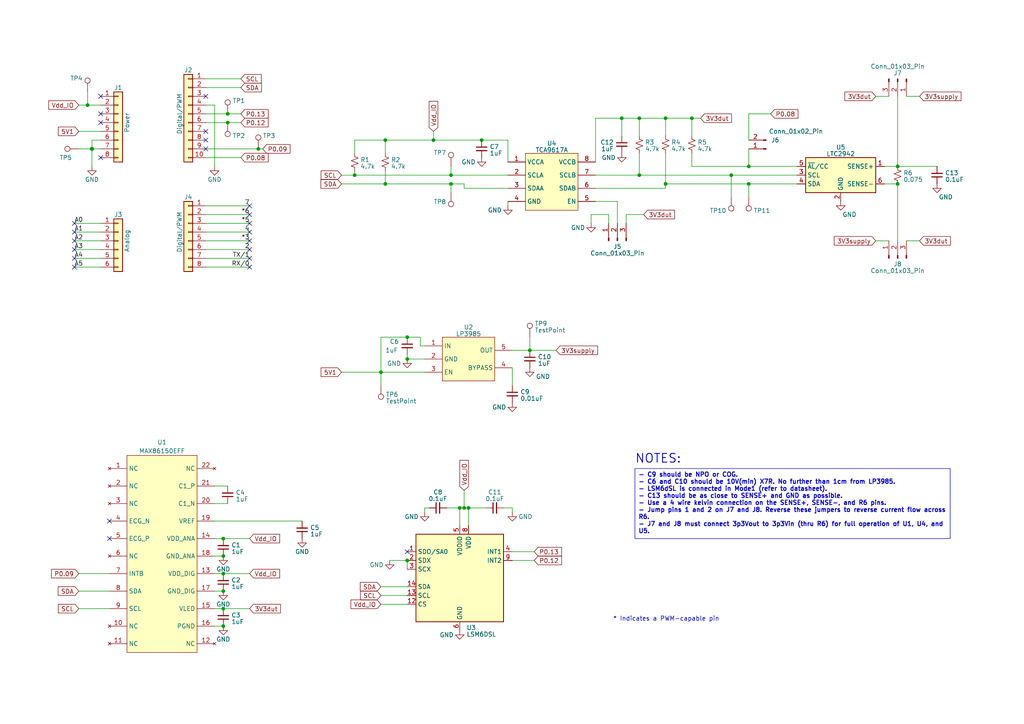
<source format=kicad_sch>
(kicad_sch (version 20230121) (generator eeschema)
  (paper "A4")
  (title_block (title "nRf Sensor Dev board") (date "2023-09-15") (rev "v0.1"))
  (lib_symbols
    (symbol "Battery_Management:LTC2942"
      (property "Reference" "U" (at -10.16 6.35 0))
      (property "Value" "LTC2942" (at 10.16 6.35 0))
      (symbol "LTC2942_0_1"
        (rectangle (start -10.16 5.08) (end 10.16 -5.08) (stroke (width 0.254)) (fill (type background)))
      )
      (symbol "LTC2942_1_1"
        (pin passive line (at 12.7 2.54 180) (length 2.54) (name "SENSE+") (number "1"))
        (pin power_in line (at 0 -7.62 90) (length 2.54) (name "GND") (number "2"))
        (pin input line (at -12.7 0 0) (length 2.54) (name "SCL") (number "3"))
        (pin bidirectional line (at -12.7 -2.54 0) (length 2.54) (name "SDA") (number "4"))
        (pin bidirectional line (at -12.7 2.54 0) (length 2.54) (name "~{AL}/CC") (number "5"))
        (pin passive line (at 12.7 -2.54 180) (length 2.54) (name "SENSE-") (number "6"))
      )
    )
    (symbol "CW_Custom_Library:LP3985"
      (property "Reference" "U" (at 0 10.16 0))
      (property "Value" "LP3985" (at 0 7.62 0))
      (symbol "LP3985_0_1"
        (rectangle (start -7.62 6.35) (end 7.62 -6.35) (fill (type background)))
      )
      (symbol "LP3985_1_1"
        (pin power_in line (at -12.7 3.81 0) (length 5.08) (name "IN") (number "1"))
        (pin unspecified line (at -12.7 0 0) (length 5.08) (name "GND") (number "2"))
        (pin unspecified line (at -12.7 -3.81 0) (length 5.08) (name "EN") (number "3"))
        (pin unspecified line (at 12.7 -2.54 180) (length 5.08) (name "BYPASS") (number "4"))
        (pin unspecified line (at 12.7 2.54 180) (length 5.08) (name "OUT") (number "5"))
      )
    )
    (symbol "CW_Custom_Library:MAX86150EFF"
      (property "Reference" "U5" (at 0 30.48 0))
      (property "Value" "MAX86150EFF" (at 0 27.94 0))
      (symbol "MAX86150EFF_0_1"
        (rectangle (start -10.16 26.67) (end 10.16 -30.48) (fill (type background)))
      )
      (symbol "MAX86150EFF_1_1"
        (pin no_connect line (at -15.24 22.86 0) (length 5.08) (name "NC") (number "1"))
        (pin no_connect line (at -15.24 -22.86 0) (length 5.08) (name "NC") (number "10"))
        (pin no_connect line (at -15.24 -27.94 0) (length 5.08) (name "NC") (number "11"))
        (pin no_connect line (at 15.24 -27.94 180) (length 5.08) (name "NC") (number "12"))
        (pin power_in line (at 15.24 -7.62 180) (length 5.08) (name "VDD_DIG") (number "13"))
        (pin power_in line (at 15.24 2.54 180) (length 5.08) (name "VDD_ANA") (number "14"))
        (pin power_in line (at 15.24 -17.78 180) (length 5.08) (name "VLED") (number "15"))
        (pin unspecified line (at 15.24 -22.86 180) (length 5.08) (name "PGND") (number "16"))
        (pin unspecified line (at 15.24 -12.7 180) (length 5.08) (name "GND_DIG") (number "17"))
        (pin unspecified line (at 15.24 -2.54 180) (length 5.08) (name "GND_ANA") (number "18"))
        (pin unspecified line (at 15.24 7.62 180) (length 5.08) (name "VREF") (number "19"))
        (pin no_connect line (at -15.24 17.78 0) (length 5.08) (name "NC") (number "2"))
        (pin unspecified line (at 15.24 12.7 180) (length 5.08) (name "C1_N") (number "20"))
        (pin unspecified line (at 15.24 17.78 180) (length 5.08) (name "C1_P") (number "21"))
        (pin no_connect line (at 15.24 22.86 180) (length 5.08) (name "NC") (number "22"))
        (pin no_connect line (at -15.24 12.7 0) (length 5.08) (name "NC") (number "3"))
        (pin input line (at -15.24 7.62 0) (length 5.08) (name "ECG_N") (number "4"))
        (pin input line (at -15.24 2.54 0) (length 5.08) (name "ECG_P") (number "5"))
        (pin no_connect line (at -15.24 -2.54 0) (length 5.08) (name "NC") (number "6"))
        (pin input line (at -15.24 -7.62 0) (length 5.08) (name "INTB") (number "7"))
        (pin bidirectional line (at -15.24 -12.7 0) (length 5.08) (name "SDA") (number "8"))
        (pin bidirectional line (at -15.24 -17.78 0) (length 5.08) (name "SCL") (number "9"))
      )
    )
    (symbol "CW_Custom_Library:TCA9617A"
      (property "Reference" "U3" (at 0 6.6929 0))
      (property "Value" "TCA9617A" (at 0 4.7719 0))
      (symbol "TCA9617A_0_1"
        (rectangle (start -7.62 3.81) (end 7.62 -12.7) (fill (type background)))
      )
      (symbol "TCA9617A_1_1"
        (pin power_in line (at -12.7 1.27 0) (length 5.08) (name "VCCA") (number "1"))
        (pin unspecified line (at -12.7 -2.54 0) (length 5.08) (name "SCLA") (number "2"))
        (pin unspecified line (at -12.7 -6.35 0) (length 5.08) (name "SDAA") (number "3"))
        (pin unspecified line (at -12.7 -10.16 0) (length 5.08) (name "GND") (number "4"))
        (pin unspecified line (at 12.7 -10.16 180) (length 5.08) (name "EN") (number "5"))
        (pin unspecified line (at 12.7 -6.35 180) (length 5.08) (name "SDAB") (number "6"))
        (pin unspecified line (at 12.7 -2.54 180) (length 5.08) (name "SCLB") (number "7"))
        (pin power_in line (at 12.7 1.27 180) (length 5.08) (name "VCCB") (number "8"))
      )
    )
    (symbol "Connector:Conn_01x02_Pin" (pin_names (offset 1.016) hide)
      (property "Reference" "J" (at 0 2.54 0))
      (property "Value" "Conn_01x02_Pin" (at 0 -5.08 0))
      (symbol "Conn_01x02_Pin_1_1"
        (polyline (pts (xy 1.27 -2.54) (xy 0.8636 -2.54)) (stroke (width 0.1524)))
        (polyline (pts (xy 1.27 0) (xy 0.8636 0)) (stroke (width 0.1524)))
        (rectangle (start 0.8636 -2.413) (end 0 -2.667) (stroke (width 0.1524)) (fill (type outline)))
        (rectangle (start 0.8636 0.127) (end 0 -0.127) (stroke (width 0.1524)) (fill (type outline)))
        (pin passive line (at 5.08 0 180) (length 3.81) (name "Pin_1") (number "1"))
        (pin passive line (at 5.08 -2.54 180) (length 3.81) (name "Pin_2") (number "2"))
      )
    )
    (symbol "Connector:Conn_01x03_Pin" (pin_names (offset 1.016) hide)
      (property "Reference" "J" (at 0 5.08 0))
      (property "Value" "Conn_01x03_Pin" (at 0 -5.08 0))
      (symbol "Conn_01x03_Pin_1_1"
        (polyline (pts (xy 1.27 -2.54) (xy 0.8636 -2.54)) (stroke (width 0.1524)))
        (polyline (pts (xy 1.27 0) (xy 0.8636 0)) (stroke (width 0.1524)))
        (polyline (pts (xy 1.27 2.54) (xy 0.8636 2.54)) (stroke (width 0.1524)))
        (rectangle (start 0.8636 -2.413) (end 0 -2.667) (stroke (width 0.1524)) (fill (type outline)))
        (rectangle (start 0.8636 0.127) (end 0 -0.127) (stroke (width 0.1524)) (fill (type outline)))
        (rectangle (start 0.8636 2.667) (end 0 2.413) (stroke (width 0.1524)) (fill (type outline)))
        (pin passive line (at 5.08 2.54 180) (length 3.81) (name "Pin_1") (number "1"))
        (pin passive line (at 5.08 0 180) (length 3.81) (name "Pin_2") (number "2"))
        (pin passive line (at 5.08 -2.54 180) (length 3.81) (name "Pin_3") (number "3"))
      )
    )
    (symbol "Connector:TestPoint" (pin_numbers hide) (pin_names (offset 0.762) hide)
      (property "Reference" "TP" (at 0 6.858 0))
      (property "Value" "TestPoint" (at 0 5.08 0))
      (symbol "TestPoint_0_1"
        (circle (center 0 3.302) (radius 0.762))
      )
      (symbol "TestPoint_1_1"
        (pin passive line (at 0 0 90) (length 2.54) (name "1") (number "1"))
      )
    )
    (symbol "Connector_Generic:Conn_01x06" (pin_names (offset 1.016) hide)
      (property "Reference" "J" (at 0 7.62 0))
      (property "Value" "Conn_01x06" (at 0 -10.16 0))
      (symbol "Conn_01x06_1_1"
        (rectangle (start -1.27 -7.493) (end 0 -7.747) (stroke (width 0.1524)))
        (rectangle (start -1.27 -4.953) (end 0 -5.207) (stroke (width 0.1524)))
        (rectangle (start -1.27 -2.413) (end 0 -2.667) (stroke (width 0.1524)))
        (rectangle (start -1.27 0.127) (end 0 -0.127) (stroke (width 0.1524)))
        (rectangle (start -1.27 2.667) (end 0 2.413) (stroke (width 0.1524)))
        (rectangle (start -1.27 5.207) (end 0 4.953) (stroke (width 0.1524)))
        (rectangle (start -1.27 6.35) (end 1.27 -8.89) (stroke (width 0.254)) (fill (type background)))
        (pin passive line (at -5.08 5.08 0) (length 3.81) (name "Pin_1") (number "1"))
        (pin passive line (at -5.08 2.54 0) (length 3.81) (name "Pin_2") (number "2"))
        (pin passive line (at -5.08 0 0) (length 3.81) (name "Pin_3") (number "3"))
        (pin passive line (at -5.08 -2.54 0) (length 3.81) (name "Pin_4") (number "4"))
        (pin passive line (at -5.08 -5.08 0) (length 3.81) (name "Pin_5") (number "5"))
        (pin passive line (at -5.08 -7.62 0) (length 3.81) (name "Pin_6") (number "6"))
      )
    )
    (symbol "Connector_Generic:Conn_01x08" (pin_names (offset 1.016) hide)
      (property "Reference" "J" (at 0 10.16 0))
      (property "Value" "Conn_01x08" (at 0 -12.7 0))
      (symbol "Conn_01x08_1_1"
        (rectangle (start -1.27 -10.033) (end 0 -10.287) (stroke (width 0.1524)))
        (rectangle (start -1.27 -7.493) (end 0 -7.747) (stroke (width 0.1524)))
        (rectangle (start -1.27 -4.953) (end 0 -5.207) (stroke (width 0.1524)))
        (rectangle (start -1.27 -2.413) (end 0 -2.667) (stroke (width 0.1524)))
        (rectangle (start -1.27 0.127) (end 0 -0.127) (stroke (width 0.1524)))
        (rectangle (start -1.27 2.667) (end 0 2.413) (stroke (width 0.1524)))
        (rectangle (start -1.27 5.207) (end 0 4.953) (stroke (width 0.1524)))
        (rectangle (start -1.27 7.747) (end 0 7.493) (stroke (width 0.1524)))
        (rectangle (start -1.27 8.89) (end 1.27 -11.43) (stroke (width 0.254)) (fill (type background)))
        (pin passive line (at -5.08 7.62 0) (length 3.81) (name "Pin_1") (number "1"))
        (pin passive line (at -5.08 5.08 0) (length 3.81) (name "Pin_2") (number "2"))
        (pin passive line (at -5.08 2.54 0) (length 3.81) (name "Pin_3") (number "3"))
        (pin passive line (at -5.08 0 0) (length 3.81) (name "Pin_4") (number "4"))
        (pin passive line (at -5.08 -2.54 0) (length 3.81) (name "Pin_5") (number "5"))
        (pin passive line (at -5.08 -5.08 0) (length 3.81) (name "Pin_6") (number "6"))
        (pin passive line (at -5.08 -7.62 0) (length 3.81) (name "Pin_7") (number "7"))
        (pin passive line (at -5.08 -10.16 0) (length 3.81) (name "Pin_8") (number "8"))
      )
    )
    (symbol "Connector_Generic:Conn_01x10" (pin_names (offset 1.016) hide)
      (property "Reference" "J" (at 0 12.7 0))
      (property "Value" "Conn_01x10" (at 0 -15.24 0))
      (symbol "Conn_01x10_1_1"
        (rectangle (start -1.27 -12.573) (end 0 -12.827) (stroke (width 0.1524)))
        (rectangle (start -1.27 -10.033) (end 0 -10.287) (stroke (width 0.1524)))
        (rectangle (start -1.27 -7.493) (end 0 -7.747) (stroke (width 0.1524)))
        (rectangle (start -1.27 -4.953) (end 0 -5.207) (stroke (width 0.1524)))
        (rectangle (start -1.27 -2.413) (end 0 -2.667) (stroke (width 0.1524)))
        (rectangle (start -1.27 0.127) (end 0 -0.127) (stroke (width 0.1524)))
        (rectangle (start -1.27 2.667) (end 0 2.413) (stroke (width 0.1524)))
        (rectangle (start -1.27 5.207) (end 0 4.953) (stroke (width 0.1524)))
        (rectangle (start -1.27 7.747) (end 0 7.493) (stroke (width 0.1524)))
        (rectangle (start -1.27 10.287) (end 0 10.033) (stroke (width 0.1524)))
        (rectangle (start -1.27 11.43) (end 1.27 -13.97) (stroke (width 0.254)) (fill (type background)))
        (pin passive line (at -5.08 10.16 0) (length 3.81) (name "Pin_1") (number "1"))
        (pin passive line (at -5.08 -12.7 0) (length 3.81) (name "Pin_10") (number "10"))
        (pin passive line (at -5.08 7.62 0) (length 3.81) (name "Pin_2") (number "2"))
        (pin passive line (at -5.08 5.08 0) (length 3.81) (name "Pin_3") (number "3"))
        (pin passive line (at -5.08 2.54 0) (length 3.81) (name "Pin_4") (number "4"))
        (pin passive line (at -5.08 0 0) (length 3.81) (name "Pin_5") (number "5"))
        (pin passive line (at -5.08 -2.54 0) (length 3.81) (name "Pin_6") (number "6"))
        (pin passive line (at -5.08 -5.08 0) (length 3.81) (name "Pin_7") (number "7"))
        (pin passive line (at -5.08 -7.62 0) (length 3.81) (name "Pin_8") (number "8"))
        (pin passive line (at -5.08 -10.16 0) (length 3.81) (name "Pin_9") (number "9"))
      )
    )
    (symbol "Device:C_Small" (pin_numbers hide) (pin_names (offset 0.254) hide)
      (property "Reference" "C" (at 0.254 1.778 0))
      (property "Value" "C_Small" (at 0.254 -2.032 0))
      (symbol "C_Small_0_1"
        (polyline (pts (xy -1.524 -0.508) (xy 1.524 -0.508)) (stroke (width 0.3302)))
        (polyline (pts (xy -1.524 0.508) (xy 1.524 0.508)) (stroke (width 0.3048)))
      )
      (symbol "C_Small_1_1"
        (pin passive line (at 0 2.54 270) (length 2.032) (name "~") (number "1"))
        (pin passive line (at 0 -2.54 90) (length 2.032) (name "~") (number "2"))
      )
    )
    (symbol "Device:R_Small_US" (pin_numbers hide) (pin_names (offset 0.254) hide)
      (property "Reference" "R" (at 0.762 0.508 0))
      (property "Value" "R_Small_US" (at 0.762 -1.016 0))
      (symbol "R_Small_US_1_1"
        (polyline (pts (xy 0 0) (xy 1.016 -0.381) (xy 0 -0.762) (xy -1.016 -1.143) (xy 0 -1.524)))
        (polyline (pts (xy 0 1.524) (xy 1.016 1.143) (xy 0 0.762) (xy -1.016 0.381) (xy 0 0)))
        (pin passive line (at 0 2.54 270) (length 1.016) (name "~") (number "1"))
        (pin passive line (at 0 -2.54 90) (length 1.016) (name "~") (number "2"))
      )
    )
    (symbol "Sensor_Motion:LSM6DSL"
      (property "Reference" "U" (at -11.43 15.24 0))
      (property "Value" "LSM6DSL" (at -11.43 12.7 0))
      (symbol "LSM6DSL_0_1"
        (rectangle (start -12.7 12.7) (end 12.7 -12.7) (stroke (width 0.254)) (fill (type background)))
      )
      (symbol "LSM6DSL_1_1"
        (pin bidirectional line (at -15.24 7.62 0) (length 2.54) (name "SDO/SA0") (number "1"))
        (pin no_connect line (at 12.7 -5.08 180) (length 3.81) hide (name "NC") (number "10"))
        (pin no_connect line (at 12.7 -2.54 180) (length 3.81) hide (name "NC") (number "11"))
        (pin input line (at -15.24 -7.62 0) (length 2.54) (name "CS") (number "12"))
        (pin input line (at -15.24 -5.08 0) (length 2.54) (name "SCL") (number "13"))
        (pin bidirectional line (at -15.24 -2.54 0) (length 2.54) (name "SDA") (number "14"))
        (pin bidirectional line (at -15.24 5.08 0) (length 2.54) (name "SDX") (number "2"))
        (pin input line (at -15.24 2.54 0) (length 2.54) (name "SCX") (number "3"))
        (pin output line (at 15.24 7.62 180) (length 2.54) (name "INT1") (number "4"))
        (pin power_in line (at 0 15.24 270) (length 2.54) (name "VDDIO") (number "5"))
        (pin power_in line (at 0 -15.24 90) (length 2.54) (name "GND") (number "6"))
        (pin passive line (at 0 -15.24 90) (length 2.54) hide (name "GND") (number "7"))
        (pin power_in line (at 2.54 15.24 270) (length 2.54) (name "VDD") (number "8"))
        (pin output line (at 15.24 5.08 180) (length 2.54) (name "INT2") (number "9"))
      )
    )
    (symbol "power:GND" (power) (pin_names (offset 0))
      (property "Value" "GND" (at 0 -3.81 0))
      (symbol "GND_0_1"
        (polyline (pts (xy 0 0) (xy 0 -1.27) (xy 1.27 -1.27) (xy 0 -2.54) (xy -1.27 -1.27) (xy 0 -1.27)))
      )
      (symbol "GND_1_1"
        (pin power_in line (at 0 0 270) (length 0) hide (name "GND") (number "1"))
      )
    )
  )
  (junction (at 130.81 50.8))
  (junction (at 185.42 50.8))
  (junction (at 135.89 147.32))
  (junction (at 25.4 30.48))
  (junction (at 200.66 34.29))
  (junction (at 118.11 97.79))
  (junction (at 26.67 43.18) (diameter 1.016))
  (junction (at 193.04 34.29))
  (junction (at 260.35 48.26))
  (junction (at 193.04 53.34))
  (junction (at 64.77 176.53))
  (junction (at 111.76 53.34))
  (junction (at 180.34 34.29))
  (junction (at 66.04 35.56))
  (junction (at 110.49 107.95))
  (junction (at 133.35 147.32))
  (junction (at 125.73 40.64))
  (junction (at 118.11 104.14))
  (junction (at 66.04 33.02))
  (junction (at 217.17 48.26))
  (junction (at 260.35 53.34))
  (junction (at 64.77 181.61))
  (junction (at 134.62 147.32))
  (junction (at 64.77 166.37))
  (junction (at 74.93 43.18))
  (junction (at 118.11 162.56))
  (junction (at 217.17 53.34))
  (junction (at 64.77 156.21))
  (junction (at 139.7 40.64))
  (junction (at 212.09 50.8))
  (junction (at 185.42 34.29))
  (junction (at 153.67 101.6))
  (junction (at 130.81 53.34))
  (junction (at 64.77 171.45))
  (junction (at 64.77 161.29))
  (junction (at 102.87 50.8))
  (junction (at 111.76 40.64))
  (no_connect (at 72.39 62.23))
  (no_connect (at 72.39 69.85))
  (no_connect (at 72.39 72.39))
  (no_connect (at 21.59 69.85))
  (no_connect (at 59.69 27.94))
  (no_connect (at 72.39 64.77))
  (no_connect (at 59.69 43.18))
  (no_connect (at 118.11 160.02))
  (no_connect (at 29.21 35.56))
  (no_connect (at 59.69 40.64))
  (no_connect (at 72.39 67.31))
  (no_connect (at 72.39 74.93))
  (no_connect (at 29.21 45.72))
  (no_connect (at 21.59 64.77))
  (no_connect (at 31.75 151.13))
  (no_connect (at 31.75 156.21))
  (no_connect (at 29.21 33.02))
  (no_connect (at 29.21 27.94))
  (no_connect (at 72.39 77.47))
  (no_connect (at 21.59 74.93))
  (no_connect (at 21.59 67.31))
  (no_connect (at 72.39 59.69))
  (no_connect (at 59.69 38.1))
  (no_connect (at 21.59 77.47))
  (no_connect (at 21.59 72.39))
  (wire (pts (xy 59.69 77.47) (xy 72.39 77.47)))
  (wire (pts (xy 22.86 30.48) (xy 25.4 30.48)))
  (wire (pts (xy 130.81 53.34) (xy 134.62 53.34)))
  (wire (pts (xy 102.87 50.8) (xy 130.81 50.8)))
  (wire (pts (xy 64.77 156.21) (xy 72.39 156.21)))
  (wire (pts (xy 110.49 107.95) (xy 110.49 111.76)))
  (wire (pts (xy 22.86 176.53) (xy 31.75 176.53)))
  (wire (pts (xy 62.23 166.37) (xy 64.77 166.37)))
  (wire (pts (xy 64.77 176.53) (xy 72.39 176.53)))
  (wire (pts (xy 118.11 162.56) (xy 118.11 165.1)))
  (wire (pts (xy 62.23 161.29) (xy 64.77 161.29)))
  (wire (pts (xy 26.67 40.64) (xy 26.67 43.18)))
  (wire (pts (xy 135.89 147.32) (xy 140.97 147.32)))
  (wire (pts (xy 153.67 101.6) (xy 161.29 101.6)))
  (wire (pts (xy 110.49 172.72) (xy 118.11 172.72)))
  (wire (pts (xy 123.19 147.32) (xy 123.19 148.59)))
  (wire (pts (xy 139.7 40.64) (xy 147.32 40.64)))
  (wire (pts (xy 62.23 176.53) (xy 64.77 176.53)))
  (wire (pts (xy 212.09 50.8) (xy 212.09 57.15)))
  (wire (pts (xy 59.69 22.86) (xy 69.85 22.86)))
  (wire (pts (xy 26.67 43.18) (xy 26.67 48.26)))
  (wire (pts (xy 59.69 25.4) (xy 69.85 25.4)))
  (wire (pts (xy 134.62 142.24) (xy 134.62 147.32)))
  (wire (pts (xy 193.04 54.61) (xy 193.04 53.34)))
  (wire (pts (xy 111.76 40.64) (xy 125.73 40.64)))
  (wire (pts (xy 171.45 62.23) (xy 171.45 64.77)))
  (wire (pts (xy 135.89 147.32) (xy 135.89 152.4)))
  (wire (pts (xy 193.04 34.29) (xy 193.04 39.37)))
  (wire (pts (xy 260.35 27.94) (xy 260.35 48.26)))
  (wire (pts (xy 148.59 111.76) (xy 148.59 106.68)))
  (wire (pts (xy 22.86 43.18) (xy 26.67 43.18)))
  (wire (pts (xy 111.76 53.34) (xy 130.81 53.34)))
  (wire (pts (xy 172.72 58.42) (xy 179.07 58.42)))
  (wire (pts (xy 59.69 45.72) (xy 69.85 45.72)))
  (wire (pts (xy 130.81 50.8) (xy 147.32 50.8)))
  (wire (pts (xy 148.59 162.56) (xy 154.94 162.56)))
  (wire (pts (xy 74.93 43.18) (xy 76.2 43.18)))
  (wire (pts (xy 59.69 33.02) (xy 66.04 33.02)))
  (wire (pts (xy 21.59 74.93) (xy 29.21 74.93)))
  (wire (pts (xy 59.69 59.69) (xy 72.39 59.69)))
  (wire (pts (xy 172.72 34.29) (xy 172.72 46.99)))
  (wire (pts (xy 118.11 97.79) (xy 121.92 97.79)))
  (wire (pts (xy 59.69 35.56) (xy 66.04 35.56)))
  (wire (pts (xy 147.32 58.42) (xy 147.32 59.69)))
  (wire (pts (xy 59.69 62.23) (xy 72.39 62.23)))
  (wire (pts (xy 124.46 147.32) (xy 123.19 147.32)))
  (wire (pts (xy 110.49 170.18) (xy 118.11 170.18)))
  (wire (pts (xy 125.73 38.1) (xy 125.73 40.64)))
  (wire (pts (xy 217.17 40.64) (xy 217.17 33.02)))
  (wire (pts (xy 200.66 34.29) (xy 200.66 39.37)))
  (wire (pts (xy 64.77 166.37) (xy 72.39 166.37)))
  (wire (pts (xy 146.05 147.32) (xy 148.59 147.32)))
  (wire (pts (xy 121.92 100.33) (xy 121.92 97.79)))
  (wire (pts (xy 200.66 34.29) (xy 203.2 34.29)))
  (wire (pts (xy 118.11 102.87) (xy 118.11 104.14)))
  (wire (pts (xy 99.06 53.34) (xy 111.76 53.34)))
  (wire (pts (xy 110.49 175.26) (xy 118.11 175.26)))
  (wire (pts (xy 212.09 50.8) (xy 231.14 50.8)))
  (wire (pts (xy 153.67 97.79) (xy 153.67 101.6)))
  (wire (pts (xy 185.42 34.29) (xy 180.34 34.29)))
  (wire (pts (xy 99.06 107.95) (xy 110.49 107.95)))
  (wire (pts (xy 262.89 69.85) (xy 266.7 69.85)))
  (wire (pts (xy 62.23 151.13) (xy 87.63 151.13)))
  (wire (pts (xy 59.69 67.31) (xy 72.39 67.31)))
  (wire (pts (xy 21.59 72.39) (xy 29.21 72.39)))
  (wire (pts (xy 148.59 160.02) (xy 154.94 160.02)))
  (wire (pts (xy 256.54 53.34) (xy 260.35 53.34)))
  (wire (pts (xy 130.81 55.88) (xy 130.81 53.34)))
  (wire (pts (xy 147.32 40.64) (xy 147.32 46.99)))
  (wire (pts (xy 111.76 49.53) (xy 111.76 53.34)))
  (wire (pts (xy 66.04 35.56) (xy 69.85 35.56)))
  (wire (pts (xy 110.49 97.79) (xy 110.49 107.95)))
  (wire (pts (xy 62.23 171.45) (xy 64.77 171.45)))
  (wire (pts (xy 260.35 53.34) (xy 260.35 69.85)))
  (wire (pts (xy 113.03 162.56) (xy 118.11 162.56)))
  (wire (pts (xy 22.86 171.45) (xy 31.75 171.45)))
  (wire (pts (xy 217.17 53.34) (xy 217.17 57.15)))
  (wire (pts (xy 62.23 30.48) (xy 62.23 48.26)))
  (wire (pts (xy 217.17 43.18) (xy 217.17 48.26)))
  (wire (pts (xy 25.4 30.48) (xy 29.21 30.48)))
  (wire (pts (xy 193.04 53.34) (xy 193.04 44.45)))
  (wire (pts (xy 148.59 101.6) (xy 153.67 101.6)))
  (wire (pts (xy 134.62 54.61) (xy 147.32 54.61)))
  (wire (pts (xy 29.21 43.18) (xy 26.67 43.18)))
  (wire (pts (xy 186.69 62.23) (xy 181.61 62.23)))
  (wire (pts (xy 22.86 166.37) (xy 31.75 166.37)))
  (wire (pts (xy 22.86 38.1) (xy 29.21 38.1)))
  (wire (pts (xy 217.17 48.26) (xy 231.14 48.26)))
  (wire (pts (xy 200.66 48.26) (xy 200.66 44.45)))
  (wire (pts (xy 25.4 26.67) (xy 25.4 30.48)))
  (wire (pts (xy 217.17 53.34) (xy 231.14 53.34)))
  (wire (pts (xy 172.72 50.8) (xy 185.42 50.8)))
  (wire (pts (xy 134.62 54.61) (xy 134.62 53.34)))
  (wire (pts (xy 111.76 40.64) (xy 111.76 44.45)))
  (wire (pts (xy 123.19 100.33) (xy 121.92 100.33)))
  (wire (pts (xy 200.66 48.26) (xy 217.17 48.26)))
  (wire (pts (xy 148.59 147.32) (xy 148.59 148.59)))
  (wire (pts (xy 21.59 64.77) (xy 29.21 64.77)))
  (wire (pts (xy 130.81 48.26) (xy 130.81 50.8)))
  (wire (pts (xy 185.42 34.29) (xy 193.04 34.29)))
  (wire (pts (xy 59.69 43.18) (xy 74.93 43.18)))
  (wire (pts (xy 200.66 34.29) (xy 193.04 34.29)))
  (wire (pts (xy 179.07 58.42) (xy 179.07 64.77)))
  (wire (pts (xy 59.69 30.48) (xy 62.23 30.48)))
  (wire (pts (xy 257.81 27.94) (xy 254 27.94)))
  (wire (pts (xy 102.87 49.53) (xy 102.87 50.8)))
  (wire (pts (xy 172.72 54.61) (xy 193.04 54.61)))
  (wire (pts (xy 29.21 40.64) (xy 26.67 40.64)))
  (wire (pts (xy 266.7 27.94) (xy 262.89 27.94)))
  (wire (pts (xy 180.34 34.29) (xy 180.34 39.37)))
  (wire (pts (xy 66.04 33.02) (xy 69.85 33.02)))
  (wire (pts (xy 110.49 97.79) (xy 118.11 97.79)))
  (wire (pts (xy 254 69.85) (xy 257.81 69.85)))
  (wire (pts (xy 129.54 147.32) (xy 133.35 147.32)))
  (wire (pts (xy 134.62 147.32) (xy 135.89 147.32)))
  (wire (pts (xy 62.23 146.05) (xy 66.04 146.05)))
  (wire (pts (xy 99.06 50.8) (xy 102.87 50.8)))
  (wire (pts (xy 180.34 34.29) (xy 172.72 34.29)))
  (wire (pts (xy 176.53 62.23) (xy 171.45 62.23)))
  (wire (pts (xy 102.87 40.64) (xy 102.87 44.45)))
  (wire (pts (xy 59.69 64.77) (xy 72.39 64.77)))
  (wire (pts (xy 260.35 48.26) (xy 271.78 48.26)))
  (wire (pts (xy 118.11 104.14) (xy 123.19 104.14)))
  (wire (pts (xy 176.53 64.77) (xy 176.53 62.23)))
  (wire (pts (xy 193.04 53.34) (xy 217.17 53.34)))
  (wire (pts (xy 111.76 40.64) (xy 102.87 40.64)))
  (wire (pts (xy 62.23 140.97) (xy 66.04 140.97)))
  (wire (pts (xy 181.61 62.23) (xy 181.61 64.77)))
  (wire (pts (xy 62.23 156.21) (xy 64.77 156.21)))
  (wire (pts (xy 125.73 40.64) (xy 139.7 40.64)))
  (wire (pts (xy 185.42 50.8) (xy 212.09 50.8)))
  (wire (pts (xy 256.54 48.26) (xy 260.35 48.26)))
  (wire (pts (xy 123.19 107.95) (xy 110.49 107.95)))
  (wire (pts (xy 133.35 147.32) (xy 133.35 152.4)))
  (wire (pts (xy 185.42 34.29) (xy 185.42 39.37)))
  (wire (pts (xy 59.69 72.39) (xy 72.39 72.39)))
  (wire (pts (xy 59.69 69.85) (xy 72.39 69.85)))
  (wire (pts (xy 217.17 33.02) (xy 223.52 33.02)))
  (wire (pts (xy 21.59 77.47) (xy 29.21 77.47)))
  (wire (pts (xy 134.62 147.32) (xy 133.35 147.32)))
  (wire (pts (xy 62.23 181.61) (xy 64.77 181.61)))
  (wire (pts (xy 59.69 74.93) (xy 72.39 74.93)))
  (wire (pts (xy 21.59 67.31) (xy 29.21 67.31)))
  (wire (pts (xy 21.59 69.85) (xy 29.21 69.85)))
  (wire (pts (xy 185.42 50.8) (xy 185.42 44.45)))
  (text_box "- C9 should be NPO or COG.\n- C6 and C10 should be 10V(min) X7R. No further than 1cm from LP3985.\n- LSM6dSL is connected in Mode1 (refer to datasheet).\n- C13 should be as close to SENSE+ and GND as possible.\n- Use a 4 wire kelvin connection on the SENSE+, SENSE-, and R6 pins.\n- Jump pins 1 and 2 on J7 and J8. Reverse these jumpers to reverse current flow across R6.\n- J7 and J8 must connect 3p3Vout to 3p3Vin (thru R6) for full operation of U1, U4, and U5." (at 184.15 135.89 0) (size 91.44 20.32) (effects (font (size 1.27 1.27) bold) (justify left top)))
  (text "NOTES:" (at 184.15 134.62 0) (effects (font (size 2.54 2.54) (thickness 0.254) bold) (justify left bottom)))
  (text "* Indicates a PWM-capable pin" (at 177.8 180.34 0) (effects (font (size 1.27 1.27)) (justify left bottom)))
  (label "RX{slash}0" (at 72.39 77.47 180))
  (label "A2" (at 21.59 69.85 0))
  (label "4" (at 72.39 67.31 180))
  (label "2" (at 72.39 72.39 180))
  (label "A3" (at 21.59 72.39 0))
  (label "7" (at 72.39 59.69 180))
  (label "*3" (at 72.39 69.85 180))
  (label "A1" (at 21.59 67.31 0))
  (label "TX{slash}1" (at 72.39 74.93 180))
  (label "A0" (at 21.59 64.77 0))
  (label "*6" (at 72.39 62.23 180))
  (label "*5" (at 72.39 64.77 180))
  (label "A4" (at 21.59 74.93 0))
  (label "A5" (at 21.59 77.47 0))
  (global_label "SDA" (shape input) (at 22.86 171.45 180) (property "Intersheetrefs" "${INTERSHEET_REFS}" (effects hide)))
  (global_label "P0.08" (shape input) (at 69.85 45.72 0) (property "Intersheetrefs" "${INTERSHEET_REFS}" (effects hide)))
  (global_label "SCL" (shape input) (at 22.86 176.53 180) (property "Intersheetrefs" "${INTERSHEET_REFS}" (effects hide)))
  (global_label "P0.08" (shape input) (at 223.52 33.02 0) (property "Intersheetrefs" "${INTERSHEET_REFS}" (effects hide)))
  (global_label "5V1" (shape input) (at 22.86 38.1 180) (property "Intersheetrefs" "${INTERSHEET_REFS}" (effects hide)))
  (global_label "3V3dut" (shape input) (at 266.7 69.85 0) (property "Intersheetrefs" "${INTERSHEET_REFS}" (effects hide)))
  (global_label "SDA" (shape input) (at 69.85 25.4 0) (property "Intersheetrefs" "${INTERSHEET_REFS}" (effects hide)))
  (global_label "SCL" (shape input) (at 69.85 22.86 0) (property "Intersheetrefs" "${INTERSHEET_REFS}" (effects hide)))
  (global_label "P0.12" (shape input) (at 154.94 162.56 0) (property "Intersheetrefs" "${INTERSHEET_REFS}" (effects hide)))
  (global_label "3V3dut" (shape input) (at 186.69 62.23 0) (property "Intersheetrefs" "${INTERSHEET_REFS}" (effects hide)))
  (global_label "3V3supply" (shape input) (at 266.7 27.94 0) (property "Intersheetrefs" "${INTERSHEET_REFS}" (effects hide)))
  (global_label "Vdd_IO" (shape input) (at 22.86 30.48 180) (property "Intersheetrefs" "${INTERSHEET_REFS}" (effects hide)))
  (global_label "Vdd_IO" (shape input) (at 72.39 156.21 0) (property "Intersheetrefs" "${INTERSHEET_REFS}" (effects hide)))
  (global_label "SCL" (shape input) (at 110.49 172.72 180) (property "Intersheetrefs" "${INTERSHEET_REFS}" (effects hide)))
  (global_label "3V3dut" (shape input) (at 72.39 176.53 0) (property "Intersheetrefs" "${INTERSHEET_REFS}" (effects hide)))
  (global_label "3V3supply" (shape input) (at 254 69.85 180) (property "Intersheetrefs" "${INTERSHEET_REFS}" (effects hide)))
  (global_label "P0.13" (shape input) (at 69.85 33.02 0) (property "Intersheetrefs" "${INTERSHEET_REFS}" (effects hide)))
  (global_label "5V1" (shape input) (at 99.06 107.95 180) (property "Intersheetrefs" "${INTERSHEET_REFS}" (effects hide)))
  (global_label "Vdd_IO" (shape input) (at 125.73 38.1 90) (property "Intersheetrefs" "${INTERSHEET_REFS}" (effects hide)))
  (global_label "SDA" (shape input) (at 99.06 53.34 180) (property "Intersheetrefs" "${INTERSHEET_REFS}" (effects hide)))
  (global_label "P0.09" (shape input) (at 76.2 43.18 0) (property "Intersheetrefs" "${INTERSHEET_REFS}" (effects hide)))
  (global_label "3V3supply" (shape input) (at 161.29 101.6 0) (property "Intersheetrefs" "${INTERSHEET_REFS}" (effects hide)))
  (global_label "P0.13" (shape input) (at 154.94 160.02 0) (property "Intersheetrefs" "${INTERSHEET_REFS}" (effects hide)))
  (global_label "Vdd_IO" (shape input) (at 134.62 142.24 90) (property "Intersheetrefs" "${INTERSHEET_REFS}" (effects hide)))
  (global_label "P0.09" (shape input) (at 22.86 166.37 180) (property "Intersheetrefs" "${INTERSHEET_REFS}" (effects hide)))
  (global_label "Vdd_IO" (shape input) (at 110.49 175.26 180) (property "Intersheetrefs" "${INTERSHEET_REFS}" (effects hide)))
  (global_label "Vdd_IO" (shape input) (at 72.39 166.37 0) (property "Intersheetrefs" "${INTERSHEET_REFS}" (effects hide)))
  (global_label "3V3dut" (shape input) (at 254 27.94 180) (property "Intersheetrefs" "${INTERSHEET_REFS}" (effects hide)))
  (global_label "3V3dut" (shape input) (at 203.2 34.29 0) (property "Intersheetrefs" "${INTERSHEET_REFS}" (effects hide)))
  (global_label "SDA" (shape input) (at 110.49 170.18 180) (property "Intersheetrefs" "${INTERSHEET_REFS}" (effects hide)))
  (global_label "SCL" (shape input) (at 99.06 50.8 180) (property "Intersheetrefs" "${INTERSHEET_REFS}" (effects hide)))
  (global_label "P0.12" (shape input) (at 69.85 35.56 0) (property "Intersheetrefs" "${INTERSHEET_REFS}" (effects hide)))
  (symbol (lib_id "Connector_Generic:Conn_01x08") (at 34.29 35.56 0) (unit 1)
    (property "Reference" "J1" (at 34.29 25.4 0))
    (property "Value" "Power" (at 36.83 35.56 90))
    (property "Footprint" "Connector_PinSocket_2.54mm:PinSocket_1x08_P2.54mm_Vertical" (effects hide))
  )
  (symbol (lib_id "power:GND") (at 26.67 48.26 0) (unit 1)
    (property "Reference" "#PWR04" (effects hide))
    (property "Value" "GND" (at 26.67 52.07 0))
  )
  (symbol (lib_id "Connector_Generic:Conn_01x10") (at 54.61 33.02 0) (mirror y) (unit 1)
    (property "Reference" "J2" (at 54.61 20.32 0))
    (property "Value" "Digital/PWM" (at 52.07 33.02 90))
    (property "Footprint" "Connector_PinSocket_2.54mm:PinSocket_1x10_P2.54mm_Vertical" (effects hide))
  )
  (symbol (lib_id "power:GND") (at 62.23 48.26 0) (unit 1)
    (property "Reference" "#PWR05" (effects hide))
    (property "Value" "GND" (at 62.23 52.07 0))
  )
  (symbol (lib_id "Connector_Generic:Conn_01x06") (at 34.29 69.85 0) (unit 1)
    (property "Reference" "J3" (at 34.29 62.23 0))
    (property "Value" "Analog" (at 36.83 69.85 90))
    (property "Footprint" "Connector_PinSocket_2.54mm:PinSocket_1x06_P2.54mm_Vertical" (effects hide))
  )
  (symbol (lib_id "Connector_Generic:Conn_01x08") (at 54.61 67.31 0) (mirror y) (unit 1)
    (property "Reference" "J4" (at 54.61 57.15 0))
    (property "Value" "Digital/PWM" (at 52.07 67.31 90))
    (property "Footprint" "Connector_PinSocket_2.54mm:PinSocket_1x08_P2.54mm_Vertical" (effects hide))
  )
  (symbol (lib_id "Connector:Conn_01x03_Pin") (at 260.35 74.93 90) (unit 1)
    (property "Reference" "J8" (at 260.35 76.6017 90))
    (property "Value" "Conn_01x03_Pin" (at 260.35 78.5227 90))
    (property "Footprint" "Connector_PinHeader_2.54mm:PinHeader_1x03_P2.54mm_Vertical" (effects hide))
  )
  (symbol (lib_id "CW_Custom_Library:MAX86150EFF") (at 46.99 158.75 0) (unit 1)
    (property "Reference" "U1" (at 46.99 128.27 0))
    (property "Value" "MAX86150EFF" (at 46.99 130.81 0))
    (property "Footprint" "CW_Custom_Library:MAX86150_extended" (effects hide))
  )
  (symbol (lib_id "power:GND") (at 180.34 44.45 0) (unit 1)
    (property "Reference" "#PWR021" (effects hide))
    (property "Value" "GND" (at 176.53 45.72 0))
  )
  (symbol (lib_id "Connector:Conn_01x03_Pin") (at 179.07 69.85 90) (unit 1)
    (property "Reference" "J5" (at 179.07 71.5217 90))
    (property "Value" "Conn_01x03_Pin" (at 179.07 73.4427 90))
    (property "Footprint" "Connector_PinHeader_2.54mm:PinHeader_1x03_P2.54mm_Vertical" (effects hide))
  )
  (symbol (lib_id "power:GND") (at 153.67 106.68 0) (unit 1)
    (property "Reference" "#PWR018" (effects hide))
    (property "Value" "GND" (at 157.48 109.22 0))
  )
  (symbol (lib_id "Connector:TestPoint") (at 217.17 57.15 0) (mirror x) (unit 1)
    (property "Reference" "TP11" (at 218.567 61.0957 0) (effects (justify left)))
    (property "Value" "TestPoint" (effects hide))
    (property "Footprint" "TestPoint:TestPoint_Pad_D1.5mm" (effects hide))
  )
  (symbol (lib_id "power:GND") (at 113.03 162.56 0) (unit 1)
    (property "Reference" "#PWR012" (effects hide))
    (property "Value" "GND" (at 109.22 163.83 0))
  )
  (symbol (lib_id "Connector:Conn_01x02_Pin") (at 222.25 43.18 180) (unit 1)
    (property "Reference" "J6" (at 226.06 40.64 0) (effects (justify left)))
    (property "Value" "Conn_01x02_Pin" (at 238.76 38.1 0) (effects (justify left)))
    (property "Footprint" "Connector_PinHeader_2.54mm:PinHeader_1x02_P2.54mm_Vertical" (effects hide))
  )
  (symbol (lib_id "Connector:TestPoint") (at 130.81 55.88 0) (mirror x) (unit 1)
    (property "Reference" "TP8" (at 129.413 58.5383 0) (effects (justify right)))
    (property "Value" "TestPoint" (effects hide))
    (property "Footprint" "TestPoint:TestPoint_Pad_D1.5mm" (effects hide))
  )
  (symbol (lib_id "power:GND") (at 271.78 53.34 0) (unit 1)
    (property "Reference" "#PWR023" (effects hide))
    (property "Value" "GND" (at 274.32 57.15 0))
  )
  (symbol (lib_id "Device:C_Small") (at 64.77 179.07 180) (unit 1)
    (property "Reference" "C3" (at 67.0941 178.4199 0) (effects (justify right)))
    (property "Value" "1uF" (at 67.0941 180.3409 0) (effects (justify right)))
    (property "Footprint" "Capacitor_SMD:C_0603_1608Metric" (effects hide))
  )
  (symbol (lib_id "power:GND") (at 64.77 171.45 0) (unit 1)
    (property "Reference" "#PWR07" (effects hide))
    (property "Value" "GND" (at 64.77 175.26 0))
  )
  (symbol (lib_id "Connector:TestPoint") (at 74.93 43.18 0) (unit 1)
    (property "Reference" "TP3" (at 76.2 39.37 0) (effects (justify left)))
    (property "Value" "TestPoint" (effects hide))
    (property "Footprint" "TestPoint:TestPoint_Pad_D1.5mm" (effects hide))
  )
  (symbol (lib_id "power:GND") (at 118.11 104.14 0) (unit 1)
    (property "Reference" "#PWR011" (effects hide))
    (property "Value" "GND" (at 114.3 105.41 0))
  )
  (symbol (lib_id "Device:C_Small") (at 66.04 143.51 180) (unit 1)
    (property "Reference" "C4" (at 68.3641 142.8599 0) (effects (justify right)))
    (property "Value" "1uF" (at 68.3641 144.7809 0) (effects (justify right)))
    (property "Footprint" "Capacitor_SMD:C_0603_1608Metric" (effects hide))
  )
  (symbol (lib_id "Device:C_Small") (at 180.34 41.91 0) (mirror y) (unit 1)
    (property "Reference" "C12" (at 178.0159 41.2726 0) (effects (justify left)))
    (property "Value" "1uF" (at 178.0159 43.1936 0) (effects (justify left)))
    (property "Footprint" "Capacitor_SMD:C_0603_1608Metric" (effects hide))
  )
  (symbol (lib_id "Device:R_Small_US") (at 193.04 41.91 0) (unit 1)
    (property "Reference" "R4" (at 194.691 41.2663 0) (effects (justify left)))
    (property "Value" "4.7k" (at 194.691 43.1873 0) (effects (justify left)))
    (property "Footprint" "Resistor_SMD:R_0603_1608Metric" (effects hide))
  )
  (symbol (lib_id "Battery_Management:LTC2942") (at 243.84 50.8 0) (unit 1)
    (property "Reference" "U5" (at 243.84 42.7101 0))
    (property "Value" "LTC2942" (at 243.84 44.6311 0))
    (property "Footprint" "CW_Custom_Library:LTC2942_Extended" (effects hide))
    (property "Datasheet" "https://www.analog.com/media/en/technical-documentation/data-sheets/2942fa.pdf" (effects hide))
  )
  (symbol (lib_id "Device:C_Small") (at 153.67 104.14 0) (unit 1)
    (property "Reference" "C10" (at 155.9941 103.5026 0) (effects (justify left)))
    (property "Value" "1uF" (at 155.9941 105.4236 0) (effects (justify left)))
    (property "Footprint" "Capacitor_SMD:C_0603_1608Metric" (effects hide))
  )
  (symbol (lib_id "Device:C_Small") (at 64.77 168.91 180) (unit 1)
    (property "Reference" "C2" (at 67.0941 168.2599 0) (effects (justify right)))
    (property "Value" "1uF" (at 67.0941 170.1809 0) (effects (justify right)))
    (property "Footprint" "Capacitor_SMD:C_0603_1608Metric" (effects hide))
  )
  (symbol (lib_id "power:GND") (at 64.77 161.29 0) (unit 1)
    (property "Reference" "#PWR06" (effects hide))
    (property "Value" "GND" (at 64.77 165.1 0))
  )
  (symbol (lib_id "Connector:TestPoint") (at 212.09 57.15 180) (unit 1)
    (property "Reference" "TP10" (at 210.693 61.0957 0) (effects (justify left)))
    (property "Value" "TestPoint" (effects hide))
    (property "Footprint" "TestPoint:TestPoint_Pad_D1.5mm" (effects hide))
  )
  (symbol (lib_id "power:GND") (at 123.19 148.59 0) (unit 1)
    (property "Reference" "#PWR013" (effects hide))
    (property "Value" "GND" (at 119.38 149.86 0))
  )
  (symbol (lib_id "power:GND") (at 139.7 45.72 0) (unit 1)
    (property "Reference" "#PWR014" (effects hide))
    (property "Value" "GND" (at 135.89 46.99 0))
  )
  (symbol (lib_id "Device:C_Small") (at 139.7 43.18 0) (unit 1)
    (property "Reference" "C7" (at 142.0241 42.5426 0) (effects (justify left)))
    (property "Value" "1uF" (at 142.0241 44.4636 0) (effects (justify left)))
    (property "Footprint" "Capacitor_SMD:C_0603_1608Metric" (effects hide))
  )
  (symbol (lib_id "Device:R_Small_US") (at 185.42 41.91 0) (unit 1)
    (property "Reference" "R3" (at 187.071 41.2663 0) (effects (justify left)))
    (property "Value" "4.7k" (at 187.071 43.1873 0) (effects (justify left)))
    (property "Footprint" "Resistor_SMD:R_0603_1608Metric" (effects hide))
  )
  (symbol (lib_id "Connector:TestPoint") (at 110.49 111.76 180) (unit 1)
    (property "Reference" "TP6" (at 111.887 114.4183 0) (effects (justify right)))
    (property "Value" "TestPoint" (at 111.887 116.3393 0) (effects (justify right)))
    (property "Footprint" "TestPoint:TestPoint_Pad_D1.5mm" (effects hide))
  )
  (symbol (lib_id "power:GND") (at 171.45 64.77 0) (unit 1)
    (property "Reference" "#PWR020" (effects hide))
    (property "Value" "GND" (at 167.64 66.04 0))
  )
  (symbol (lib_id "Device:C_Small") (at 127 147.32 90) (unit 1)
    (property "Reference" "C8" (at 127.0063 142.748 90))
    (property "Value" "0.1uF" (at 127.0063 144.669 90))
    (property "Footprint" "Capacitor_SMD:C_0603_1608Metric" (effects hide))
  )
  (symbol (lib_id "Device:R_Small_US") (at 260.35 50.8 0) (unit 1)
    (property "Reference" "R6" (at 262.001 50.1563 0) (effects (justify left)))
    (property "Value" "0.075" (at 262.001 52.0773 0) (effects (justify left)))
    (property "Footprint" "Resistor_SMD:R_0805_2012Metric" (effects hide))
  )
  (symbol (lib_id "CW_Custom_Library:LP3985") (at 135.89 104.14 0) (unit 1)
    (property "Reference" "U2" (at 135.89 94.9071 0))
    (property "Value" "LP3985" (at 135.89 96.8281 0))
    (property "Footprint" "Package_TO_SOT_SMD:SOT-23-5_HandSoldering" (effects hide))
  )
  (symbol (lib_id "Device:R_Small_US") (at 111.76 46.99 0) (unit 1)
    (property "Reference" "R2" (at 113.411 46.3463 0) (effects (justify left)))
    (property "Value" "4.7k" (at 113.411 48.2673 0) (effects (justify left)))
    (property "Footprint" "Resistor_SMD:R_0603_1608Metric" (effects hide))
  )
  (symbol (lib_id "CW_Custom_Library:TCA9617A") (at 160.02 48.26 0) (unit 1)
    (property "Reference" "U4" (at 160.02 41.5671 0))
    (property "Value" "TCA9617A" (at 160.02 43.4881 0))
    (property "Footprint" "Package_SO:VSSOP-8_3.0x3.0mm_P0.65mm" (effects hide))
  )
  (symbol (lib_id "power:GND") (at 87.63 156.21 0) (unit 1)
    (property "Reference" "#PWR09" (effects hide))
    (property "Value" "GND" (at 87.63 160.02 0))
  )
  (symbol (lib_id "Connector:TestPoint") (at 22.86 43.18 90) (unit 1)
    (property "Reference" "TP5" (at 19.05 45.72 90))
    (property "Value" "TestPoint" (effects hide))
    (property "Footprint" "TestPoint:TestPoint_Pad_D1.5mm" (effects hide))
  )
  (symbol (lib_id "Device:C_Small") (at 271.78 50.8 180) (unit 1)
    (property "Reference" "C13" (at 274.1041 50.1499 0) (effects (justify right)))
    (property "Value" "0.1uF" (at 274.1041 52.0709 0) (effects (justify right)))
    (property "Footprint" "Capacitor_SMD:C_0603_1608Metric" (effects hide))
  )
  (symbol (lib_id "Connector:TestPoint") (at 66.04 33.02 0) (mirror y) (unit 1)
    (property "Reference" "TP1" (at 71.12 29.21 0) (effects (justify left)))
    (property "Value" "TestPoint" (effects hide))
    (property "Footprint" "TestPoint:TestPoint_Pad_D1.5mm" (effects hide))
  )
  (symbol (lib_id "Device:R_Small_US") (at 102.87 46.99 0) (unit 1)
    (property "Reference" "R1" (at 104.521 46.3463 0) (effects (justify left)))
    (property "Value" "4.7k" (at 104.521 48.2673 0) (effects (justify left)))
    (property "Footprint" "Resistor_SMD:R_0603_1608Metric" (effects hide))
  )
  (symbol (lib_id "power:GND") (at 147.32 59.69 0) (unit 1)
    (property "Reference" "#PWR016" (effects hide))
    (property "Value" "GND" (at 143.51 60.96 0))
  )
  (symbol (lib_id "power:GND") (at 243.84 58.42 0) (unit 1)
    (property "Reference" "#PWR022" (effects hide))
    (property "Value" "GND" (at 246.38 62.23 0))
  )
  (symbol (lib_id "Connector:TestPoint") (at 153.67 97.79 0) (unit 1)
    (property "Reference" "TP9" (at 155.067 93.8443 0) (effects (justify left)))
    (property "Value" "TestPoint" (at 155.067 95.7653 0) (effects (justify left)))
    (property "Footprint" "TestPoint:TestPoint_Pad_D1.5mm" (effects hide))
  )
  (symbol (lib_id "Device:C_Small") (at 87.63 153.67 180) (unit 1)
    (property "Reference" "C5" (at 89.9541 153.0199 0) (effects (justify right)))
    (property "Value" "1uF" (at 89.9541 154.9409 0) (effects (justify right)))
    (property "Footprint" "Capacitor_SMD:C_0603_1608Metric" (effects hide))
  )
  (symbol (lib_id "power:GND") (at 133.35 182.88 0) (unit 1)
    (property "Reference" "#PWR017" (effects hide))
    (property "Value" "GND" (at 129.54 184.15 0))
  )
  (symbol (lib_id "Connector:TestPoint") (at 25.4 26.67 0) (mirror y) (unit 1)
    (property "Reference" "TP4" (at 24.003 22.7243 0) (effects (justify left)))
    (property "Value" "TestPoint" (effects hide))
    (property "Footprint" "TestPoint:TestPoint_Pad_D1.5mm" (effects hide))
  )
  (symbol (lib_id "power:GND") (at 148.59 116.84 0) (unit 1)
    (property "Reference" "#PWR015" (effects hide))
    (property "Value" "GND" (at 144.78 118.11 0))
  )
  (symbol (lib_id "Device:C_Small") (at 143.51 147.32 90) (unit 1)
    (property "Reference" "C11" (at 143.5163 142.748 90))
    (property "Value" "0.1uF" (at 143.5163 144.669 90))
    (property "Footprint" "Capacitor_SMD:C_0603_1608Metric" (effects hide))
  )
  (symbol (lib_id "Device:C_Small") (at 148.59 114.3 0) (unit 1)
    (property "Reference" "C9" (at 150.9141 113.6626 0) (effects (justify left)))
    (property "Value" "0.01uF" (at 150.9141 115.5836 0) (effects (justify left)))
    (property "Footprint" "Capacitor_SMD:C_0603_1608Metric" (effects hide))
  )
  (symbol (lib_id "Sensor_Motion:LSM6DSL") (at 133.35 167.64 0) (unit 1)
    (property "Reference" "U3" (at 135.3059 182.0625 0) (effects (justify left)))
    (property "Value" "LSM6DSL" (at 135.3059 183.9835 0) (effects (justify left)))
    (property "Footprint" "CW_Custom_Library:LSM6DSL_extended" (effects hide))
    (property "Datasheet" "https://www.st.com/resource/en/datasheet/lsm6dsl.pdf" (effects hide))
  )
  (symbol (lib_id "power:GND") (at 148.59 148.59 0) (unit 1)
    (property "Reference" "#PWR019" (effects hide))
    (property "Value" "GND" (at 152.4 149.86 0))
  )
  (symbol (lib_id "power:GND") (at 64.77 181.61 0) (unit 1)
    (property "Reference" "#PWR08" (effects hide))
    (property "Value" "GND" (at 64.77 185.42 0))
  )
  (symbol (lib_id "Connector:TestPoint") (at 66.04 35.56 180) (unit 1)
    (property "Reference" "TP2" (at 71.12 39.37 0) (effects (justify left)))
    (property "Value" "TestPoint" (effects hide))
    (property "Footprint" "TestPoint:TestPoint_Pad_D1.5mm" (effects hide))
  )
  (symbol (lib_id "Connector:Conn_01x03_Pin") (at 260.35 22.86 270) (unit 1)
    (property "Reference" "J7" (at 260.35 21.1883 90))
    (property "Value" "Conn_01x03_Pin" (at 260.35 19.2673 90))
    (property "Footprint" "Connector_PinHeader_2.54mm:PinHeader_1x03_P2.54mm_Vertical" (effects hide))
  )
  (symbol (lib_id "Device:R_Small_US") (at 200.66 41.91 0) (unit 1)
    (property "Reference" "R5" (at 202.311 41.2663 0) (effects (justify left)))
    (property "Value" "4.7k" (at 202.311 43.1873 0) (effects (justify left)))
    (property "Footprint" "Resistor_SMD:R_0603_1608Metric" (effects hide))
  )
  (symbol (lib_id "Device:C_Small") (at 118.11 100.33 0) (unit 1)
    (property "Reference" "C6" (at 113.03 99.06 0) (effects (justify left)))
    (property "Value" "1uF" (at 111.76 101.6 0) (effects (justify left)))
    (property "Footprint" "Capacitor_SMD:C_0603_1608Metric" (effects hide))
  )
  (symbol (lib_id "Device:C_Small") (at 64.77 158.75 180) (unit 1)
    (property "Reference" "C1" (at 67.0941 158.0999 0) (effects (justify right)))
    (property "Value" "1uF" (at 67.0941 160.0209 0) (effects (justify right)))
    (property "Footprint" "Capacitor_SMD:C_0603_1608Metric" (effects hide))
  )
  (symbol (lib_id "Connector:TestPoint") (at 130.81 48.26 0) (mirror y) (unit 1)
    (property "Reference" "TP7" (at 129.413 44.3143 0) (effects (justify left)))
    (property "Value" "TestPoint" (effects hide))
    (property "Footprint" "TestPoint:TestPoint_Pad_D1.5mm" (effects hide))
  )
)
</source>
